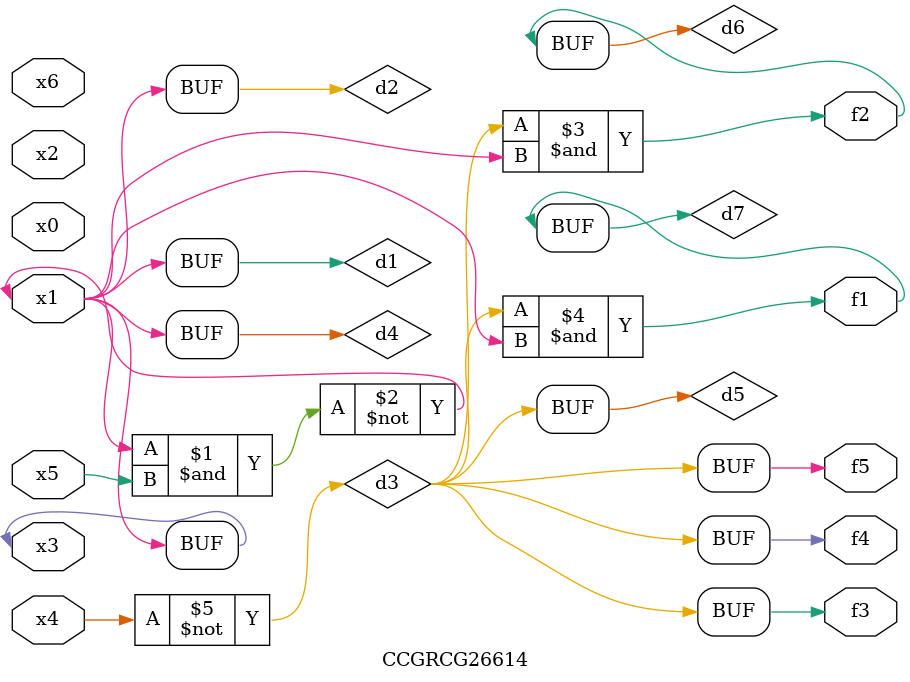
<source format=v>
module CCGRCG26614(
	input x0, x1, x2, x3, x4, x5, x6,
	output f1, f2, f3, f4, f5
);

	wire d1, d2, d3, d4, d5, d6, d7;

	buf (d1, x1, x3);
	nand (d2, x1, x5);
	not (d3, x4);
	buf (d4, d1, d2);
	buf (d5, d3);
	and (d6, d3, d4);
	and (d7, d3, d4);
	assign f1 = d7;
	assign f2 = d6;
	assign f3 = d5;
	assign f4 = d5;
	assign f5 = d5;
endmodule

</source>
